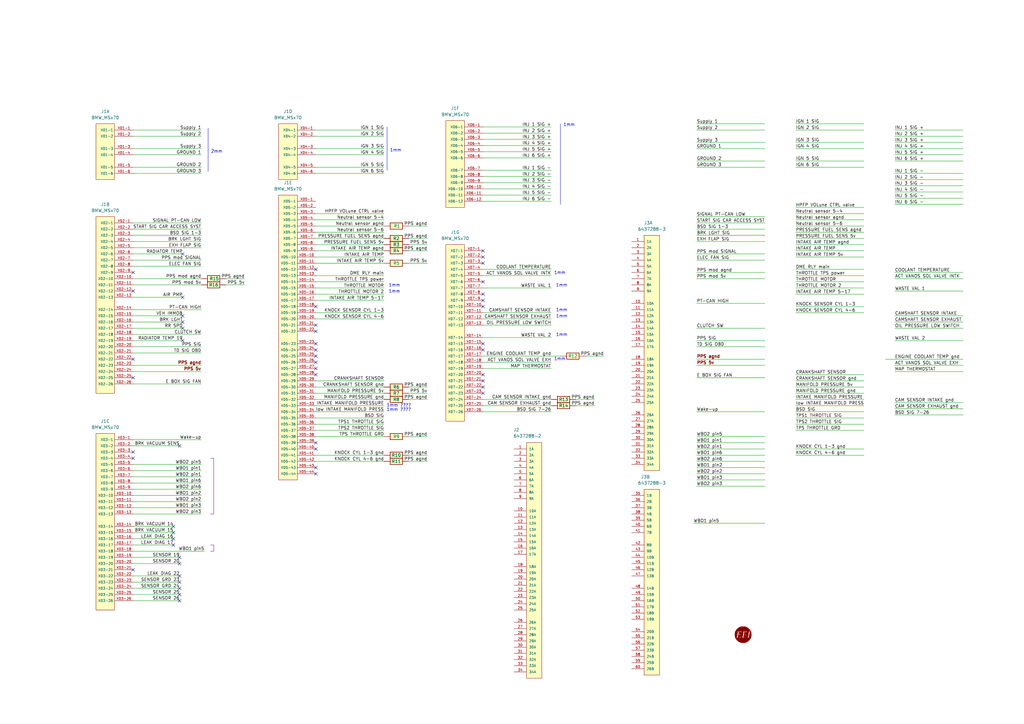
<source format=kicad_sch>
(kicad_sch (version 20231120) (generator "eeschema") (generator_version "8.0")
  (paper "A3")
  (title_block (title "BMW-146") (date "2026-01-28") (rev "A") (company "rusEFI"))
  (lib_symbols
    (symbol "BMW_MSx70:BMW_MSx70"
      (property "Reference" "J" (at 6.604 6.35 0))
      (property "Value" "BMW_MSx70" (at 7.874 3.81 0))
      (symbol "BMW_MSx70_1_0"
        (pin passive line (at 0 -1.27 0) (length 7.62) (name "X01-1") (number "X01-1"))
        (pin passive line (at 0 -3.81 0) (length 7.62) (name "X01-2") (number "X01-2"))
        (pin passive line (at 0 -8.89 0) (length 7.62) (name "X01-3") (number "X01-3"))
        (pin passive line (at 0 -11.43 0) (length 7.62) (name "X01-4") (number "X01-4"))
        (pin passive line (at 0 -16.51 0) (length 7.62) (name "X01-5") (number "X01-5"))
        (pin passive line (at 0 -19.05 0) (length 7.62) (name "X01-6") (number "X01-6"))
      )
      (symbol "BMW_MSx70_2_0"
        (pin passive line (at 0 0 0) (length 7.62) (name "X02-1") (number "X02-1"))
        (pin passive line (at 0 -22.86 0) (length 7.62) (name "X02-10") (number "X02-10"))
        (pin passive line (at 0 -25.4 0) (length 7.62) (name "X02-11") (number "X02-11"))
        (pin passive line (at 0 -27.94 0) (length 7.62) (name "X02-12") (number "X02-12"))
        (pin passive line (at 0 -30.48 0) (length 7.62) (name "X02-13") (number "X02-13"))
        (pin passive line (at 0 -35.56 0) (length 7.62) (name "X02-14") (number "X02-14"))
        (pin passive line (at 0 -38.1 0) (length 7.62) (name "X02-15") (number "X02-15"))
        (pin passive line (at 0 -40.64 0) (length 7.62) (name "X02-16") (number "X02-16"))
        (pin passive line (at 0 -43.18 0) (length 7.62) (name "X02-17") (number "X02-17"))
        (pin passive line (at 0 -45.72 0) (length 7.62) (name "X02-18") (number "X02-18"))
        (pin passive line (at 0 -48.26 0) (length 7.62) (name "X02-19") (number "X02-19"))
        (pin passive line (at 0 -2.54 0) (length 7.62) (name "X02-2") (number "X02-2"))
        (pin passive line (at 0 -50.8 0) (length 7.62) (name "X02-20") (number "X02-20"))
        (pin passive line (at 0 -53.34 0) (length 7.62) (name "X02-21") (number "X02-21"))
        (pin passive line (at 0 -55.88 0) (length 7.62) (name "X02-22") (number "X02-22"))
        (pin passive line (at 0 -58.42 0) (length 7.62) (name "X02-23") (number "X02-23"))
        (pin passive line (at 0 -60.96 0) (length 7.62) (name "X02-24") (number "X02-24"))
        (pin passive line (at 0 -63.5 0) (length 7.62) (name "X02-25") (number "X02-25"))
        (pin passive line (at 0 -66.04 0) (length 7.62) (name "X02-26") (number "X02-26"))
        (pin passive line (at 0 -5.08 0) (length 7.62) (name "X02-3") (number "X02-3"))
        (pin passive line (at 0 -7.62 0) (length 7.62) (name "X02-4") (number "X02-4"))
        (pin passive line (at 0 -10.16 0) (length 7.62) (name "X02-5") (number "X02-5"))
        (pin passive line (at 0 -12.7 0) (length 7.62) (name "X02-6") (number "X02-6"))
        (pin passive line (at 0 -15.24 0) (length 7.62) (name "X02-7") (number "X02-7"))
        (pin passive line (at 0 -17.78 0) (length 7.62) (name "X02-8") (number "X02-8"))
        (pin passive line (at 0 -20.32 0) (length 7.62) (name "X02-9") (number "X02-9"))
      )
      (symbol "BMW_MSx70_3_0"
        (pin passive line (at 0 0 0) (length 7.62) (name "X03-1") (number "X03-1"))
        (pin passive line (at 0 -22.86 0) (length 7.62) (name "X03-10") (number "X03-10"))
        (pin passive line (at 0 -25.4 0) (length 7.62) (name "X03-11") (number "X03-11"))
        (pin passive line (at 0 -27.94 0) (length 7.62) (name "X03-12") (number "X03-12"))
        (pin passive line (at 0 -30.48 0) (length 7.62) (name "X03-13") (number "X03-13"))
        (pin passive line (at 0 -35.56 0) (length 7.62) (name "X03-14") (number "X03-14"))
        (pin passive line (at 0 -38.1 0) (length 7.62) (name "X03-15") (number "X03-15"))
        (pin passive line (at 0 -40.64 0) (length 7.62) (name "X03-16") (number "X03-16"))
        (pin passive line (at 0 -43.18 0) (length 7.62) (name "X03-17") (number "X03-17"))
        (pin passive line (at 0 -45.72 0) (length 7.62) (name "X03-18") (number "X03-18"))
        (pin passive line (at 0 -48.26 0) (length 7.62) (name "X03-19") (number "X03-19"))
        (pin passive line (at 0 -2.54 0) (length 7.62) (name "X03-2") (number "X03-2"))
        (pin passive line (at 0 -50.8 0) (length 7.62) (name "X03-20") (number "X03-20"))
        (pin passive line (at 0 -53.34 0) (length 7.62) (name "X03-21") (number "X03-21"))
        (pin passive line (at 0 -55.88 0) (length 7.62) (name "X03-22") (number "X03-22"))
        (pin passive line (at 0 -58.42 0) (length 7.62) (name "X03-23") (number "X03-23"))
        (pin passive line (at 0 -60.96 0) (length 7.62) (name "X03-24") (number "X03-24"))
        (pin passive line (at 0 -63.5 0) (length 7.62) (name "X03-25") (number "X03-25"))
        (pin passive line (at 0 -66.04 0) (length 7.62) (name "X03-26") (number "X03-26"))
        (pin passive line (at 0 -5.08 0) (length 7.62) (name "X03-3") (number "X03-3"))
        (pin passive line (at 0 -7.62 0) (length 7.62) (name "X03-4") (number "X03-4"))
        (pin passive line (at 0 -10.16 0) (length 7.62) (name "X03-5") (number "X03-5"))
        (pin passive line (at 0 -12.7 0) (length 7.62) (name "X03-6") (number "X03-6"))
        (pin passive line (at 0 -15.24 0) (length 7.62) (name "X03-7") (number "X03-7"))
        (pin passive line (at 0 -17.78 0) (length 7.62) (name "X03-8") (number "X03-8"))
        (pin passive line (at 0 -20.32 0) (length 7.62) (name "X03-9") (number "X03-9"))
      )
      (symbol "BMW_MSx70_4_0"
        (pin passive line (at 0 -1.27 0) (length 7.62) (name "X04-1") (number "X04-1"))
        (pin passive line (at 0 -3.81 0) (length 7.62) (name "X04-2") (number "X04-2"))
        (pin passive line (at 0 -8.89 0) (length 7.62) (name "X04-3") (number "X04-3"))
        (pin passive line (at 0 -11.43 0) (length 7.62) (name "X04-4") (number "X04-4"))
        (pin passive line (at 0 -16.51 0) (length 7.62) (name "X04-5") (number "X04-5"))
        (pin passive line (at 0 -19.05 0) (length 7.62) (name "X04-6") (number "X04-6"))
      )
      (symbol "BMW_MSx70_5_0"
        (pin passive line (at 0 0 0) (length 7.62) (name "X05-1") (number "X05-1"))
        (pin passive line (at 0 -22.86 0) (length 7.62) (name "X05-10") (number "X05-10"))
        (pin passive line (at 0 -25.4 0) (length 7.62) (name "X05-11") (number "X05-11"))
        (pin passive line (at 0 -27.94 0) (length 7.62) (name "X05-12") (number "X05-12"))
        (pin passive line (at 0 -30.48 0) (length 7.62) (name "X05-13") (number "X05-13"))
        (pin passive line (at 0 -33.02 0) (length 7.62) (name "X05-14") (number "X05-14"))
        (pin passive line (at 0 -35.56 0) (length 7.62) (name "X05-15") (number "X05-15"))
        (pin passive line (at 0 -38.1 0) (length 7.62) (name "X05-16") (number "X05-16"))
        (pin passive line (at 0 -40.64 0) (length 7.62) (name "X05-17") (number "X05-17"))
        (pin passive line (at 0 -43.18 0) (length 7.62) (name "X05-18") (number "X05-18"))
        (pin passive line (at 0 -45.72 0) (length 7.62) (name "X05-19") (number "X05-19"))
        (pin passive line (at 0 -2.54 0) (length 7.62) (name "X05-2") (number "X05-2"))
        (pin passive line (at 0 -48.26 0) (length 7.62) (name "X05-20") (number "X05-20"))
        (pin passive line (at 0 -50.8 0) (length 7.62) (name "X05-21") (number "X05-21"))
        (pin passive line (at 0 -53.34 0) (length 7.62) (name "X05-22") (number "X05-22"))
        (pin passive line (at 0 -58.42 0) (length 7.62) (name "X05-23") (number "X05-23"))
        (pin passive line (at 0 -60.96 0) (length 7.62) (name "X05-24") (number "X05-24"))
        (pin passive line (at 0 -63.5 0) (length 7.62) (name "X05-25") (number "X05-25"))
        (pin passive line (at 0 -66.04 0) (length 7.62) (name "X05-26") (number "X05-26"))
        (pin passive line (at 0 -68.58 0) (length 7.62) (name "X05-27") (number "X05-27"))
        (pin passive line (at 0 -71.12 0) (length 7.62) (name "X05-28") (number "X05-28"))
        (pin passive line (at 0 -73.66 0) (length 7.62) (name "X05-29") (number "X05-29"))
        (pin passive line (at 0 -5.08 0) (length 7.62) (name "X05-3") (number "X05-3"))
        (pin passive line (at 0 -76.2 0) (length 7.62) (name "X05-30") (number "X05-30"))
        (pin passive line (at 0 -78.74 0) (length 7.62) (name "X05-31") (number "X05-31"))
        (pin passive line (at 0 -81.28 0) (length 7.62) (name "X05-32") (number "X05-32"))
        (pin passive line (at 0 -83.82 0) (length 7.62) (name "X05-33") (number "X05-33"))
        (pin passive line (at 0 -86.36 0) (length 7.62) (name "X05-34") (number "X05-34"))
        (pin passive line (at 0 -88.9 0) (length 7.62) (name "X05-35") (number "X05-35"))
        (pin passive line (at 0 -91.44 0) (length 7.62) (name "X05-36") (number "X05-36"))
        (pin passive line (at 0 -93.98 0) (length 7.62) (name "X05-37") (number "X05-37"))
        (pin passive line (at 0 -96.52 0) (length 7.62) (name "X05-38") (number "X05-38"))
        (pin passive line (at 0 -99.06 0) (length 7.62) (name "X05-39") (number "X05-39"))
        (pin passive line (at 0 -7.62 0) (length 7.62) (name "X05-4") (number "X05-4"))
        (pin passive line (at 0 -101.6 0) (length 7.62) (name "X05-40") (number "X05-40"))
        (pin passive line (at 0 -104.14 0) (length 7.62) (name "X05-41") (number "X05-41"))
        (pin passive line (at 0 -106.68 0) (length 7.62) (name "X05-42") (number "X05-42"))
        (pin passive line (at 0 -109.22 0) (length 7.62) (name "X05-43") (number "X05-43"))
        (pin passive line (at 0 -111.76 0) (length 7.62) (name "X05-44") (number "X05-44"))
        (pin passive line (at 0 -10.16 0) (length 7.62) (name "X05-5") (number "X05-5"))
        (pin passive line (at 0 -12.7 0) (length 7.62) (name "X05-6") (number "X05-6"))
        (pin passive line (at 0 -15.24 0) (length 7.62) (name "X05-7") (number "X05-7"))
        (pin passive line (at 0 -17.78 0) (length 7.62) (name "X05-8") (number "X05-8"))
        (pin passive line (at 0 -20.32 0) (length 7.62) (name "X05-9") (number "X05-9"))
      )
      (symbol "BMW_MSx70_6_0"
        (pin passive line (at 0 0 0) (length 7.62) (name "X06-1") (number "X06-1"))
        (pin passive line (at 0 -25.4 0) (length 7.62) (name "X06-10") (number "X06-10"))
        (pin passive line (at 0 -27.94 0) (length 7.62) (name "X06-11") (number "X06-11"))
        (pin passive line (at 0 -30.48 0) (length 7.62) (name "X06-12") (number "X06-12"))
        (pin passive line (at 0 -2.54 0) (length 7.62) (name "X06-2") (number "X06-2"))
        (pin passive line (at 0 -5.08 0) (length 7.62) (name "X06-3") (number "X06-3"))
        (pin passive line (at 0 -7.62 0) (length 7.62) (name "X06-4") (number "X06-4"))
        (pin passive line (at 0 -10.16 0) (length 7.62) (name "X06-5") (number "X06-5"))
        (pin passive line (at 0 -12.7 0) (length 7.62) (name "X06-6") (number "X06-6"))
        (pin passive line (at 0 -17.78 0) (length 7.62) (name "X06-7") (number "X06-7"))
        (pin passive line (at 0 -20.32 0) (length 7.62) (name "X06-8") (number "X06-8"))
        (pin passive line (at 0 -22.86 0) (length 7.62) (name "X06-9") (number "X06-9"))
      )
      (symbol "BMW_MSx70_7_0"
        (pin passive line (at 0 0 0) (length 7.62) (name "X07-1") (number "X07-1"))
        (pin passive line (at 0 -22.86 0) (length 7.62) (name "X07-10") (number "X07-10"))
        (pin passive line (at 0 -25.4 0) (length 7.62) (name "X07-11") (number "X07-11"))
        (pin passive line (at 0 -27.94 0) (length 7.62) (name "X07-12") (number "X07-12"))
        (pin passive line (at 0 -30.48 0) (length 7.62) (name "X07-13") (number "X07-13"))
        (pin passive line (at 0 -35.56 0) (length 7.62) (name "X07-14") (number "X07-14"))
        (pin passive line (at 0 -38.1 0) (length 7.62) (name "X07-15") (number "X07-15"))
        (pin passive line (at 0 -40.64 0) (length 7.62) (name "X07-16") (number "X07-16"))
        (pin passive line (at 0 -43.18 0) (length 7.62) (name "X07-17") (number "X07-17"))
        (pin passive line (at 0 -45.72 0) (length 7.62) (name "X07-18") (number "X07-18"))
        (pin passive line (at 0 -48.26 0) (length 7.62) (name "X07-19") (number "X07-19"))
        (pin passive line (at 0 -2.54 0) (length 7.62) (name "X07-2") (number "X07-2"))
        (pin passive line (at 0 -50.8 0) (length 7.62) (name "X07-20") (number "X07-20"))
        (pin passive line (at 0 -53.34 0) (length 7.62) (name "X07-21") (number "X07-21"))
        (pin passive line (at 0 -55.88 0) (length 7.62) (name "X07-22") (number "X07-22"))
        (pin passive line (at 0 -58.42 0) (length 7.62) (name "X07-23") (number "X07-23"))
        (pin passive line (at 0 -60.96 0) (length 7.62) (name "X07-24") (number "X07-24"))
        (pin passive line (at 0 -63.5 0) (length 7.62) (name "X07-25") (number "X07-25"))
        (pin passive line (at 0 -66.04 0) (length 7.62) (name "X07-26") (number "X07-26"))
        (pin passive line (at 0 -5.08 0) (length 7.62) (name "X07-3") (number "X07-3"))
        (pin passive line (at 0 -7.62 0) (length 7.62) (name "X07-4") (number "X07-4"))
        (pin passive line (at 0 -10.16 0) (length 7.62) (name "X07-5") (number "X07-5"))
        (pin passive line (at 0 -12.7 0) (length 7.62) (name "X07-6") (number "X07-6"))
        (pin passive line (at 0 -15.24 0) (length 7.62) (name "X07-7") (number "X07-7"))
        (pin passive line (at 0 -17.78 0) (length 7.62) (name "X07-8") (number "X07-8"))
        (pin passive line (at 0 -20.32 0) (length 7.62) (name "X07-9") (number "X07-9"))
      )
    )
    (symbol "TE_6437288-2:6437288-2" (pin_names (offset 1.016))
      (property "Reference" "J" (at 2.54 3.81 0))
      (property "Value" "6437288-2" (at 6.35 3.81 0))
      (symbol "6437288-2_1_0"
        (pin passive line (at 0 0 0) (length 5.08) (name "1A") (number "1"))
        (pin passive line (at 0 -25.4 0) (length 5.08) (name "10A") (number "10"))
        (pin passive line (at 0 -27.94 0) (length 5.08) (name "11A") (number "11"))
        (pin passive line (at 0 -30.48 0) (length 5.08) (name "12A") (number "12"))
        (pin passive line (at 0 -33.02 0) (length 5.08) (name "13A") (number "13"))
        (pin passive line (at 0 -35.56 0) (length 5.08) (name "14A") (number "14"))
        (pin passive line (at 0 -38.1 0) (length 5.08) (name "15A") (number "15"))
        (pin passive line (at 0 -40.64 0) (length 5.08) (name "16A") (number "16"))
        (pin passive line (at 0 -43.18 0) (length 5.08) (name "17A") (number "17"))
        (pin passive line (at 0 -48.26 0) (length 5.08) (name "18A") (number "18"))
        (pin passive line (at 0 -50.8 0) (length 5.08) (name "19A") (number "19"))
        (pin passive line (at 0 -2.54 0) (length 5.08) (name "2A") (number "2"))
        (pin passive line (at 0 -53.34 0) (length 5.08) (name "20A") (number "20"))
        (pin passive line (at 0 -55.88 0) (length 5.08) (name "21A") (number "21"))
        (pin passive line (at 0 -58.42 0) (length 5.08) (name "22A") (number "22"))
        (pin passive line (at 0 -60.96 0) (length 5.08) (name "23A") (number "23"))
        (pin passive line (at 0 -63.5 0) (length 5.08) (name "24A") (number "24"))
        (pin passive line (at 0 -66.04 0) (length 5.08) (name "25A") (number "25"))
        (pin passive line (at 0 -71.12 0) (length 5.08) (name "26A") (number "26"))
        (pin passive line (at 0 -73.66 0) (length 5.08) (name "27A") (number "27"))
        (pin passive line (at 0 -76.2 0) (length 5.08) (name "28A") (number "28"))
        (pin passive line (at 0 -78.74 0) (length 5.08) (name "29A") (number "29"))
        (pin passive line (at 0 -5.08 0) (length 5.08) (name "3A") (number "3"))
        (pin passive line (at 0 -81.28 0) (length 5.08) (name "30A") (number "30"))
        (pin passive line (at 0 -83.82 0) (length 5.08) (name "31A") (number "31"))
        (pin passive line (at 0 -86.36 0) (length 5.08) (name "32A") (number "32"))
        (pin passive line (at 0 -88.9 0) (length 5.08) (name "33A") (number "33"))
        (pin passive line (at 0 -91.44 0) (length 5.08) (name "34A") (number "34"))
        (pin passive line (at 0 -7.62 0) (length 5.08) (name "4A") (number "4"))
        (pin passive line (at 0 -10.16 0) (length 5.08) (name "5A") (number "5"))
        (pin passive line (at 0 -12.7 0) (length 5.08) (name "6A") (number "6"))
        (pin passive line (at 0 -15.24 0) (length 5.08) (name "7A") (number "7"))
        (pin passive line (at 0 -17.78 0) (length 5.08) (name "8A") (number "8"))
        (pin passive line (at 0 -20.32 0) (length 5.08) (name "9A") (number "9"))
      )
    )
    (symbol "TE_6437288-3:6437288-3" (pin_names (offset 1.016))
      (property "Reference" "J" (at 2.54 3.81 0))
      (property "Value" "6437288-3" (at 6.35 3.81 0))
      (symbol "6437288-3_1_0"
        (pin passive line (at 0 0 0) (length 5.08) (name "1A") (number "1"))
        (pin passive line (at 0 -25.4 0) (length 5.08) (name "10A") (number "10"))
        (pin passive line (at 0 -27.94 0) (length 5.08) (name "11A") (number "11"))
        (pin passive line (at 0 -30.48 0) (length 5.08) (name "12A") (number "12"))
        (pin passive line (at 0 -33.02 0) (length 5.08) (name "13A") (number "13"))
        (pin passive line (at 0 -35.56 0) (length 5.08) (name "14A") (number "14"))
        (pin passive line (at 0 -38.1 0) (length 5.08) (name "15A") (number "15"))
        (pin passive line (at 0 -40.64 0) (length 5.08) (name "16A") (number "16"))
        (pin passive line (at 0 -43.18 0) (length 5.08) (name "17A") (number "17"))
        (pin passive line (at 0 -48.26 0) (length 5.08) (name "18A") (number "18"))
        (pin passive line (at 0 -50.8 0) (length 5.08) (name "19A") (number "19"))
        (pin passive line (at 0 -2.54 0) (length 5.08) (name "2A") (number "2"))
        (pin passive line (at 0 -53.34 0) (length 5.08) (name "20A") (number "20"))
        (pin passive line (at 0 -55.88 0) (length 5.08) (name "21A") (number "21"))
        (pin passive line (at 0 -58.42 0) (length 5.08) (name "22A") (number "22"))
        (pin passive line (at 0 -60.96 0) (length 5.08) (name "23A") (number "23"))
        (pin passive line (at 0 -63.5 0) (length 5.08) (name "24A") (number "24"))
        (pin passive line (at 0 -66.04 0) (length 5.08) (name "25A") (number "25"))
        (pin passive line (at 0 -71.12 0) (length 5.08) (name "26A") (number "26"))
        (pin passive line (at 0 -73.66 0) (length 5.08) (name "27A") (number "27"))
        (pin passive line (at 0 -76.2 0) (length 5.08) (name "28A") (number "28"))
        (pin passive line (at 0 -78.74 0) (length 5.08) (name "29A") (number "29"))
        (pin passive line (at 0 -5.08 0) (length 5.08) (name "3A") (number "3"))
        (pin passive line (at 0 -81.28 0) (length 5.08) (name "30A") (number "30"))
        (pin passive line (at 0 -83.82 0) (length 5.08) (name "31A") (number "31"))
        (pin passive line (at 0 -86.36 0) (length 5.08) (name "32A") (number "32"))
        (pin passive line (at 0 -88.9 0) (length 5.08) (name "33A") (number "33"))
        (pin passive line (at 0 -91.44 0) (length 5.08) (name "34A") (number "34"))
        (pin passive line (at 0 -7.62 0) (length 5.08) (name "4A") (number "4"))
        (pin passive line (at 0 -10.16 0) (length 5.08) (name "5A") (number "5"))
        (pin passive line (at 0 -12.7 0) (length 5.08) (name "6A") (number "6"))
        (pin passive line (at 0 -15.24 0) (length 5.08) (name "7A") (number "7"))
        (pin passive line (at 0 -17.78 0) (length 5.08) (name "8A") (number "8"))
        (pin passive line (at 0 -20.32 0) (length 5.08) (name "9A") (number "9"))
      )
      (symbol "6437288-3_2_0"
        (pin passive line (at 0 0 0) (length 5.08) (name "1B") (number "35"))
        (pin passive line (at 0 -2.54 0) (length 5.08) (name "2B") (number "36"))
        (pin passive line (at 0 -5.08 0) (length 5.08) (name "3B") (number "37"))
        (pin passive line (at 0 -7.62 0) (length 5.08) (name "4B") (number "38"))
        (pin passive line (at 0 -10.16 0) (length 5.08) (name "5B") (number "39"))
        (pin passive line (at 0 -12.7 0) (length 5.08) (name "6B") (number "40"))
        (pin passive line (at 0 -15.24 0) (length 5.08) (name "7B") (number "41"))
        (pin passive line (at 0 -20.32 0) (length 5.08) (name "8B") (number "42"))
        (pin passive line (at 0 -22.86 0) (length 5.08) (name "9B") (number "43"))
        (pin passive line (at 0 -25.4 0) (length 5.08) (name "10B") (number "44"))
        (pin passive line (at 0 -27.94 0) (length 5.08) (name "11B") (number "45"))
        (pin passive line (at 0 -30.48 0) (length 5.08) (name "12B") (number "46"))
        (pin passive line (at 0 -33.02 0) (length 5.08) (name "13B") (number "47"))
        (pin passive line (at 0 -38.1 0) (length 5.08) (name "14B") (number "48"))
        (pin passive line (at 0 -40.64 0) (length 5.08) (name "15B") (number "49"))
        (pin passive line (at 0 -43.18 0) (length 5.08) (name "16B") (number "50"))
        (pin passive line (at 0 -45.72 0) (length 5.08) (name "17B") (number "51"))
        (pin passive line (at 0 -48.26 0) (length 5.08) (name "18B") (number "52"))
        (pin passive line (at 0 -50.8 0) (length 5.08) (name "19B") (number "53"))
        (pin passive line (at 0 -55.88 0) (length 5.08) (name "20B") (number "54"))
        (pin passive line (at 0 -58.42 0) (length 5.08) (name "21B") (number "55"))
        (pin passive line (at 0 -60.96 0) (length 5.08) (name "22B") (number "56"))
        (pin passive line (at 0 -63.5 0) (length 5.08) (name "23B") (number "57"))
        (pin passive line (at 0 -66.04 0) (length 5.08) (name "24B") (number "58"))
        (pin passive line (at 0 -68.58 0) (length 5.08) (name "25B") (number "59"))
        (pin passive line (at 0 -71.12 0) (length 5.08) (name "26B") (number "60"))
      )
    )
    (symbol "hellen-one-common:Res" (pin_numbers hide)
      (property "Reference" "R" (at 3.81 2.54 0))
      (property "Value" "Res" (at 5.08 -2.54 0))
      (symbol "Res_1_0"
        (pin passive line (at 0 0 0) (length 2.54) (name "") (number "1"))
        (pin passive line (at 10.16 0 180) (length 2.54) (name "") (number "2"))
      )
    )
    (symbol "rusefi_logo:RUSEFI_LOGO" (pin_names (offset 1.016)))
  )
  (no_connect (at 54.61 111.76))
  (no_connect (at 74.93 129.54))
  (no_connect (at 73.66 241.3))
  (no_connect (at 129.54 146.05))
  (no_connect (at 71.12 215.9))
  (no_connect (at 129.54 140.97))
  (no_connect (at 129.54 184.15))
  (no_connect (at 73.66 238.76))
  (no_connect (at 73.66 182.88))
  (no_connect (at 74.93 104.14))
  (no_connect (at 54.61 187.96))
  (no_connect (at 54.61 154.94))
  (no_connect (at 198.12 120.65))
  (no_connect (at 73.66 231.14))
  (no_connect (at 198.12 140.97))
  (no_connect (at 54.61 233.68))
  (no_connect (at 198.12 115.57))
  (no_connect (at 54.61 185.42))
  (no_connect (at 74.93 134.62))
  (no_connect (at 198.12 153.67))
  (no_connect (at 73.66 246.38))
  (no_connect (at 198.12 161.29))
  (no_connect (at 129.54 181.61))
  (no_connect (at 71.12 223.52))
  (no_connect (at 73.66 228.6))
  (no_connect (at 198.12 125.73))
  (no_connect (at 198.12 102.87))
  (no_connect (at 129.54 110.49))
  (no_connect (at 129.54 148.59))
  (no_connect (at 129.54 143.51))
  (no_connect (at 71.12 218.44))
  (no_connect (at 74.93 132.08))
  (no_connect (at 129.54 153.67))
  (no_connect (at 198.12 158.75))
  (no_connect (at 74.93 121.92))
  (no_connect (at 129.54 191.77))
  (no_connect (at 198.12 107.95))
  (no_connect (at 129.54 151.13))
  (no_connect (at 54.61 147.32))
  (no_connect (at 129.54 133.35))
  (no_connect (at 129.54 125.73))
  (no_connect (at 198.12 156.21))
  (no_connect (at 198.12 123.19))
  (no_connect (at 73.66 243.84))
  (no_connect (at 129.54 194.31))
  (no_connect (at 73.66 236.22))
  (no_connect (at 198.12 105.41))
  (no_connect (at 71.12 220.98))
  (no_connect (at 54.61 119.38))
  (no_connect (at 74.93 139.7))
  (no_connect (at 198.12 143.51))
  (no_connect (at 129.54 135.89))
  (wire (pts (xy 243.84 163.83) (xy 236.22 163.83)))
  (wire (pts (xy 54.61 223.52) (xy 71.12 223.52)))
  (wire (pts (xy 313.69 142.24) (xy 285.75 142.24)))
  (wire (pts (xy 313.69 68.58) (xy 285.75 68.58)))
  (wire (pts (xy 129.54 173.99) (xy 157.48 173.99)))
  (wire (pts (xy 198.12 148.59) (xy 226.06 148.59)))
  (wire (pts (xy 354.33 171.45) (xy 326.39 171.45)))
  (wire (pts (xy 198.12 72.39) (xy 226.06 72.39)))
  (wire (pts (xy 129.54 128.27) (xy 157.48 128.27)))
  (wire (pts (xy 313.69 96.52) (xy 285.75 96.52)))
  (polyline (pts (xy 87.63 187.96) (xy 87.63 210.82)) (stroke (width 0) (color 132 0 132 1)))
  (wire (pts (xy 129.54 179.07) (xy 157.48 179.07)))
  (wire (pts (xy 198.12 130.81) (xy 226.06 130.81)))
  (wire (pts (xy 54.61 218.44) (xy 71.12 218.44)))
  (wire (pts (xy 313.69 154.94) (xy 285.75 154.94)))
  (wire (pts (xy 175.26 97.79) (xy 167.64 97.79)))
  (wire (pts (xy 313.69 184.15) (xy 285.75 184.15)))
  (polyline (pts (xy 86.36 187.96) (xy 87.63 187.96)) (stroke (width 0) (color 132 0 132 1)))
  (wire (pts (xy 394.97 139.7) (xy 367.03 139.7)))
  (wire (pts (xy 198.12 64.77) (xy 226.06 64.77)))
  (wire (pts (xy 54.61 210.82) (xy 82.55 210.82)))
  (wire (pts (xy 129.54 100.33) (xy 157.48 100.33)))
  (wire (pts (xy 198.12 110.49) (xy 226.06 110.49)))
  (wire (pts (xy 354.33 105.41) (xy 326.39 105.41)))
  (wire (pts (xy 198.12 138.43) (xy 226.06 138.43)))
  (wire (pts (xy 54.61 226.06) (xy 83.82 226.06)))
  (wire (pts (xy 354.33 120.65) (xy 326.39 120.65)))
  (wire (pts (xy 394.97 58.42) (xy 367.03 58.42)))
  (wire (pts (xy 313.69 58.42) (xy 285.75 58.42)))
  (wire (pts (xy 175.26 189.23) (xy 167.64 189.23)))
  (wire (pts (xy 175.26 163.83) (xy 167.64 163.83)))
  (wire (pts (xy 394.97 129.54) (xy 367.03 129.54)))
  (wire (pts (xy 198.12 74.93) (xy 226.06 74.93)))
  (wire (pts (xy 394.97 170.18) (xy 367.03 170.18)))
  (wire (pts (xy 54.61 139.7) (xy 74.93 139.7)))
  (wire (pts (xy 313.69 191.77) (xy 285.75 191.77)))
  (wire (pts (xy 354.33 92.71) (xy 326.39 92.71)))
  (wire (pts (xy 129.54 168.91) (xy 157.48 168.91)))
  (wire (pts (xy 198.12 80.01) (xy 226.06 80.01)))
  (wire (pts (xy 54.61 215.9) (xy 71.12 215.9)))
  (wire (pts (xy 129.54 105.41) (xy 157.48 105.41)))
  (wire (pts (xy 354.33 60.96) (xy 326.39 60.96)))
  (wire (pts (xy 54.61 220.98) (xy 71.12 220.98)))
  (wire (pts (xy 54.61 149.86) (xy 82.55 149.86)))
  (wire (pts (xy 198.12 166.37) (xy 226.06 166.37)))
  (wire (pts (xy 175.26 158.75) (xy 167.64 158.75)))
  (wire (pts (xy 198.12 69.85) (xy 226.06 69.85)))
  (wire (pts (xy 54.61 60.96) (xy 82.55 60.96)))
  (wire (pts (xy 54.61 241.3) (xy 73.66 241.3)))
  (wire (pts (xy 313.69 114.3) (xy 285.75 114.3)))
  (wire (pts (xy 54.61 182.88) (xy 73.66 182.88)))
  (wire (pts (xy 313.69 149.86) (xy 285.75 149.86)))
  (wire (pts (xy 198.12 146.05) (xy 229.87 146.05)))
  (wire (pts (xy 175.26 107.95) (xy 167.64 107.95)))
  (wire (pts (xy 354.33 100.33) (xy 326.39 100.33)))
  (wire (pts (xy 198.12 151.13) (xy 226.06 151.13)))
  (wire (pts (xy 129.54 53.34) (xy 157.48 53.34)))
  (wire (pts (xy 313.69 50.8) (xy 285.75 50.8)))
  (wire (pts (xy 54.61 243.84) (xy 73.66 243.84)))
  (wire (pts (xy 54.61 144.78) (xy 82.55 144.78)))
  (wire (pts (xy 129.54 120.65) (xy 157.48 120.65)))
  (wire (pts (xy 394.97 149.86) (xy 367.03 149.86)))
  (wire (pts (xy 54.61 104.14) (xy 74.93 104.14)))
  (wire (pts (xy 54.61 101.6) (xy 82.55 101.6)))
  (wire (pts (xy 394.97 167.64) (xy 367.03 167.64)))
  (wire (pts (xy 129.54 158.75) (xy 157.48 158.75)))
  (wire (pts (xy 354.33 158.75) (xy 326.39 158.75)))
  (wire (pts (xy 129.54 60.96) (xy 157.48 60.96)))
  (wire (pts (xy 354.33 113.03) (xy 326.39 113.03)))
  (wire (pts (xy 394.97 78.74) (xy 367.03 78.74)))
  (wire (pts (xy 313.69 66.04) (xy 285.75 66.04)))
  (wire (pts (xy 54.61 127) (xy 82.55 127)))
  (wire (pts (xy 313.69 179.07) (xy 285.75 179.07)))
  (wire (pts (xy 54.61 190.5) (xy 82.55 190.5)))
  (wire (pts (xy 394.97 55.88) (xy 367.03 55.88)))
  (wire (pts (xy 394.97 147.32) (xy 363.22 147.32)))
  (wire (pts (xy 54.61 152.4) (xy 82.55 152.4)))
  (wire (pts (xy 198.12 77.47) (xy 226.06 77.47)))
  (wire (pts (xy 175.26 186.69) (xy 167.64 186.69)))
  (wire (pts (xy 54.61 228.6) (xy 73.66 228.6)))
  (wire (pts (xy 394.97 134.62) (xy 367.03 134.62)))
  (wire (pts (xy 394.97 114.3) (xy 367.03 114.3)))
  (wire (pts (xy 354.33 53.34) (xy 326.39 53.34)))
  (wire (pts (xy 394.97 63.5) (xy 367.03 63.5)))
  (wire (pts (xy 175.26 102.87) (xy 167.64 102.87)))
  (wire (pts (xy 100.33 114.3) (xy 92.71 114.3)))
  (wire (pts (xy 198.12 163.83) (xy 226.06 163.83)))
  (wire (pts (xy 354.33 125.73) (xy 326.39 125.73)))
  (wire (pts (xy 54.61 238.76) (xy 73.66 238.76)))
  (wire (pts (xy 394.97 132.08) (xy 367.03 132.08)))
  (wire (pts (xy 313.69 91.44) (xy 285.75 91.44)))
  (wire (pts (xy 54.61 121.92) (xy 74.93 121.92)))
  (wire (pts (xy 129.54 171.45) (xy 157.48 171.45)))
  (wire (pts (xy 354.33 115.57) (xy 326.39 115.57)))
  (wire (pts (xy 129.54 63.5) (xy 157.48 63.5)))
  (wire (pts (xy 54.61 91.44) (xy 82.55 91.44)))
  (wire (pts (xy 394.97 53.34) (xy 367.03 53.34)))
  (polyline (pts (xy 85.344 52.578) (xy 85.344 70.358)))
  (wire (pts (xy 313.69 199.39) (xy 285.75 199.39)))
  (wire (pts (xy 54.61 142.24) (xy 82.55 142.24)))
  (wire (pts (xy 175.26 92.71) (xy 167.64 92.71)))
  (wire (pts (xy 198.12 168.91) (xy 226.06 168.91)))
  (wire (pts (xy 313.69 214.63) (xy 284.48 214.63)))
  (wire (pts (xy 354.33 102.87) (xy 326.39 102.87)))
  (wire (pts (xy 394.97 83.82) (xy 367.03 83.82)))
  (wire (pts (xy 354.33 68.58) (xy 326.39 68.58)))
  (wire (pts (xy 129.54 97.79) (xy 157.48 97.79)))
  (wire (pts (xy 129.54 118.11) (xy 157.48 118.11)))
  (wire (pts (xy 354.33 176.53) (xy 326.39 176.53)))
  (wire (pts (xy 129.54 90.17) (xy 157.48 90.17)))
  (wire (pts (xy 198.12 118.11) (xy 226.06 118.11)))
  (wire (pts (xy 54.61 231.14) (xy 73.66 231.14)))
  (wire (pts (xy 354.33 85.09) (xy 326.39 85.09)))
  (wire (pts (xy 54.61 109.22) (xy 82.55 109.22)))
  (wire (pts (xy 54.61 193.04) (xy 82.55 193.04)))
  (wire (pts (xy 100.33 116.84) (xy 92.71 116.84)))
  (wire (pts (xy 354.33 168.91) (xy 326.39 168.91)))
  (wire (pts (xy 354.33 173.99) (xy 326.39 173.99)))
  (wire (pts (xy 354.33 184.15) (xy 326.39 184.15)))
  (wire (pts (xy 354.33 95.25) (xy 326.39 95.25)))
  (wire (pts (xy 313.69 134.62) (xy 285.75 134.62)))
  (wire (pts (xy 243.84 166.37) (xy 236.22 166.37)))
  (wire (pts (xy 129.54 107.95) (xy 157.48 107.95)))
  (wire (pts (xy 354.33 90.17) (xy 326.39 90.17)))
  (wire (pts (xy 54.61 53.34) (xy 82.55 53.34)))
  (wire (pts (xy 129.54 102.87) (xy 157.48 102.87)))
  (wire (pts (xy 394.97 165.1) (xy 367.03 165.1)))
  (wire (pts (xy 354.33 161.29) (xy 326.39 161.29)))
  (wire (pts (xy 198.12 57.15) (xy 226.06 57.15)))
  (wire (pts (xy 313.69 181.61) (xy 285.75 181.61)))
  (wire (pts (xy 129.54 176.53) (xy 157.48 176.53)))
  (wire (pts (xy 394.97 73.66) (xy 367.03 73.66)))
  (wire (pts (xy 313.69 93.98) (xy 285.75 93.98)))
  (wire (pts (xy 198.12 113.03) (xy 226.06 113.03)))
  (polyline (pts (xy 86.36 210.82) (xy 87.63 210.82)) (stroke (width 0) (color 132 0 132 1)))
  (wire (pts (xy 313.69 186.69) (xy 285.75 186.69)))
  (wire (pts (xy 198.12 52.07) (xy 226.06 52.07)))
  (wire (pts (xy 129.54 130.81) (xy 157.48 130.81)))
  (wire (pts (xy 129.54 166.37) (xy 157.48 166.37)))
  (wire (pts (xy 354.33 66.04) (xy 326.39 66.04)))
  (wire (pts (xy 354.33 97.79) (xy 326.39 97.79)))
  (wire (pts (xy 354.33 156.21) (xy 326.39 156.21)))
  (wire (pts (xy 129.54 163.83) (xy 157.48 163.83)))
  (wire (pts (xy 129.54 189.23) (xy 157.48 189.23)))
  (wire (pts (xy 129.54 113.03) (xy 157.48 113.03)))
  (polyline (pts (xy 229.87 50.8) (xy 229.87 83.82)))
  (wire (pts (xy 175.26 161.29) (xy 167.64 161.29)))
  (wire (pts (xy 54.61 180.34) (xy 82.55 180.34)))
  (wire (pts (xy 313.69 88.9) (xy 285.75 88.9)))
  (wire (pts (xy 313.69 139.7) (xy 285.75 139.7)))
  (wire (pts (xy 54.61 195.58) (xy 82.55 195.58)))
  (wire (pts (xy 54.61 236.22) (xy 73.66 236.22)))
  (wire (pts (xy 54.61 198.12) (xy 82.55 198.12)))
  (wire (pts (xy 354.33 87.63) (xy 326.39 87.63)))
  (wire (pts (xy 54.61 205.74) (xy 82.55 205.74)))
  (wire (pts (xy 129.54 161.29) (xy 157.48 161.29)))
  (wire (pts (xy 129.54 95.25) (xy 157.48 95.25)))
  (wire (pts (xy 129.54 71.12) (xy 157.48 71.12)))
  (wire (pts (xy 54.61 71.12) (xy 82.55 71.12)))
  (wire (pts (xy 54.61 106.68) (xy 82.55 106.68)))
  (polyline (pts (xy 86.36 226.06) (xy 87.63 226.06)) (stroke (width 0) (color 132 0 132 1)))
  (wire (pts (xy 129.54 123.19) (xy 157.48 123.19)))
  (wire (pts (xy 54.61 137.16) (xy 82.55 137.16)))
  (wire (pts (xy 354.33 128.27) (xy 326.39 128.27)))
  (wire (pts (xy 129.54 92.71) (xy 157.48 92.71)))
  (wire (pts (xy 313.69 124.46) (xy 285.75 124.46)))
  (polyline (pts (xy 87.63 223.52) (xy 87.63 226.06)) (stroke (width 0) (color 132 0 132 1)))
  (wire (pts (xy 54.61 134.62) (xy 74.93 134.62)))
  (wire (pts (xy 129.54 115.57) (xy 157.48 115.57)))
  (wire (pts (xy 54.61 99.06) (xy 82.55 99.06)))
  (wire (pts (xy 198.12 54.61) (xy 226.06 54.61)))
  (wire (pts (xy 198.12 133.35) (xy 226.06 133.35)))
  (wire (pts (xy 54.61 114.3) (xy 82.55 114.3)))
  (wire (pts (xy 354.33 58.42) (xy 326.39 58.42)))
  (wire (pts (xy 54.61 55.88) (xy 82.55 55.88)))
  (wire (pts (xy 54.61 129.54) (xy 74.93 129.54)))
  (wire (pts (xy 313.69 106.68) (xy 285.75 106.68)))
  (wire (pts (xy 313.69 168.91) (xy 285.75 168.91)))
  (wire (pts (xy 198.12 62.23) (xy 226.06 62.23)))
  (wire (pts (xy 54.61 116.84) (xy 82.55 116.84)))
  (wire (pts (xy 54.61 93.98) (xy 82.55 93.98)))
  (wire (pts (xy 54.61 200.66) (xy 82.55 200.66)))
  (wire (pts (xy 313.69 189.23) (xy 285.75 189.23)))
  (wire (pts (xy 247.65 146.05) (xy 240.03 146.05)))
  (wire (pts (xy 313.69 147.32) (xy 285.75 147.32)))
  (wire (pts (xy 354.33 110.49) (xy 326.39 110.49)))
  (polyline (pts (xy 86.36 223.52) (xy 87.63 223.52)) (stroke (width 0) (color 132 0 132 1)))
  (wire (pts (xy 313.69 60.96) (xy 285.75 60.96)))
  (wire (pts (xy 129.54 156.21) (xy 157.48 156.21)))
  (wire (pts (xy 354.33 166.37) (xy 326.39 166.37)))
  (wire (pts (xy 394.97 152.4) (xy 367.03 152.4)))
  (wire (pts (xy 313.69 104.14) (xy 285.75 104.14)))
  (wire (pts (xy 54.61 203.2) (xy 82.55 203.2)))
  (wire (pts (xy 313.69 53.34) (xy 285.75 53.34)))
  (wire (pts (xy 394.97 81.28) (xy 367.03 81.28)))
  (wire (pts (xy 394.97 119.38) (xy 367.03 119.38)))
  (wire (pts (xy 313.69 99.06) (xy 285.75 99.06)))
  (wire (pts (xy 394.97 111.76) (xy 367.03 111.76)))
  (wire (pts (xy 394.97 60.96) (xy 367.03 60.96)))
  (wire (pts (xy 54.61 132.08) (xy 74.93 132.08)))
  (wire (pts (xy 198.12 128.27) (xy 226.06 128.27)))
  (wire (pts (xy 129.54 55.88) (xy 157.48 55.88)))
  (wire (pts (xy 54.61 68.58) (xy 82.55 68.58)))
  (wire (pts (xy 394.97 71.12) (xy 367.03 71.12)))
  (wire (pts (xy 54.61 246.38) (xy 73.66 246.38)))
  (wire (pts (xy 354.33 118.11) (xy 326.39 118.11)))
  (wire (pts (xy 394.97 66.04) (xy 367.03 66.04)))
  (wire (pts (xy 129.54 186.69) (xy 157.48 186.69)))
  (wire (pts (xy 54.61 208.28) (xy 82.55 208.28)))
  (wire (pts (xy 129.54 87.63) (xy 157.48 87.63)))
  (wire (pts (xy 394.97 76.2) (xy 367.03 76.2)))
  (wire (pts (xy 354.33 186.69) (xy 326.39 186.69)))
  (wire (pts (xy 54.61 63.5) (xy 82.55 63.5)))
  (wire (pts (xy 54.61 96.52) (xy 82.55 96.52)))
  (wire (pts (xy 129.54 68.58) (xy 157.48 68.58)))
  (wire (pts (xy 313.69 194.31) (xy 285.75 194.31)))
  (wire (pts (xy 313.69 196.85) (xy 285.75 196.85)))
  (wire (pts (xy 198.12 82.55) (xy 226.06 82.55)))
  (wire (pts (xy 198.12 59.69) (xy 226.06 59.69)))
  (wire (pts (xy 313.69 111.76) (xy 285.75 111.76)))
  (polyline (pts (xy 158.75 52.07) (xy 158.75 69.85)))
  (wire (pts (xy 354.33 153.67) (xy 326.39 153.67)))
  (wire (pts (xy 175.26 179.07) (xy 167.64 179.07)))
  (wire (pts (xy 175.26 100.33) (xy 167.64 100.33)))
  (wire (pts (xy 354.33 163.83) (xy 326.39 163.83)))
  (wire (pts (xy 54.61 157.48) (xy 82.55 157.48)))
  (wire (pts (xy 354.33 50.8) (xy 326.39 50.8)))
  (text "1mm" (at 230.378 117.094 0) (effects (font (size 1.27 1.27))))
  (text "1mm ????" (at 163.576 168.148 0) (effects (font (size 1.27 1.27))))
  (text "1mm" (at 230.378 129.794 0) (effects (font (size 1.27 1.27))))
  (text "1mm" (at 161.798 117.094 0) (effects (font (size 1.27 1.27))))
  (text "1mm" (at 162.306 61.722 0) (effects (font (size 1.27 1.27))))
  (text "1mm" (at 229.616 147.32 0) (effects (font (size 1.27 1.27))))
  (text "2mm" (at 88.9 62.23 0) (effects (font (size 1.27 1.27))))
  (text "1mm" (at 230.378 137.414 0) (effects (font (size 1.27 1.27))))
  (text "1mm" (at 229.616 112.014 0) (effects (font (size 1.27 1.27))))
  (text "1mm ????" (at 163.576 166.37 0) (effects (font (size 1.27 1.27))))
  (text "1mm" (at 230.378 127.254 0) (effects (font (size 1.27 1.27))))
  (text "1mm" (at 161.798 119.634 0) (effects (font (size 1.27 1.27))))
  (text "1mm" (at 233.426 51.308 0) (effects (font (size 1.27 1.27))))
  (label "IGN 3 SIG" (at 326.39 58.42 0))
  (label "Supply 2" (at 82.55 55.88 180))
  (label "CLUTCH SW" (at 285.75 134.62 0))
  (label "INJ 5 SIG -" (at 367.03 81.28 0))
  (label "INJ 6 SIG -" (at 226.06 82.55 180))
  (label "INJ 1 SIG +" (at 226.06 52.07 180))
  (label "MANIFOLD PRESSURE 5v" (at 157.48 161.29 180))
  (label "INJ 4 SIG +" (at 367.03 60.96 0))
  (label "RADIATOR TEMP 19" (at 74.93 139.7 180))
  (label "LEAK DIAG 16" (at 71.12 220.98 180))
  (label "IGN 2 SIG" (at 326.39 53.34 0))
  (label "INTAKE MANIFOLD PRESSURE" (at 326.39 163.83 0))
  (label "TPS2 THROTTLE SIG" (at 326.39 173.99 0))
  (label "ELEC FAN SIG" (at 285.75 106.68 0))
  (label "START SIG CAR ACCESS SYST" (at 82.55 93.98 180))
  (label "Supply 3" (at 82.55 60.96 180))
  (label "CAM SENSOR EXHAUST gnd" (at 367.03 167.64 0))
  (label "COOLANT TEMPERATURE" (at 226.06 110.49 180))
  (label "INJ 2 SIG +" (at 226.06 54.61 180))
  (label "TPS2 THROTTLE SIG" (at 157.48 176.53 180))
  (label "CAM SENSOR EXHAUST gnd" (at 226.06 166.37 180))
  (label "INTAKE AIR TEMP 5v" (at 326.39 105.41 0))
  (label "OIL PRESSURE LOW SWITCH" (at 367.03 134.62 0))
  (label "PPS agnd" (at 175.26 186.69 180))
  (label "INJ 1 SIG -" (at 367.03 71.12 0))
  (label "DME RLY main" (at 157.48 113.03 180))
  (label "INTAKE MANIFOLD PRESSURE" (at 157.48 166.37 180))
  (label "INJ 3 SIG +" (at 226.06 57.15 180))
  (label "WBO2 pin6" (at 82.55 200.66 180))
  (label "BRK VACUUM 15" (at 71.12 218.44 180))
  (label "TPS1 THROTTLE SIG" (at 157.48 173.99 180))
  (label "PPS SIG" (at 285.75 139.7 0))
  (label "INJ 6 SIG +" (at 226.06 64.77 180))
  (label "PPS mod SIGNAL" (at 285.75 104.14 0))
  (label "PPS agnd" (at 175.26 189.23 180))
  (label "THROTTLE MOTOR 2" (at 157.48 120.65 180))
  (label "ACT VANOS SOL VALVE EXH" (at 226.06 148.59 180))
  (label "BSD SIG 7-26" (at 367.03 170.18 0))
  (label "IGN 4 SIG" (at 157.48 63.5 180))
  (label "AIR PMP" (at 74.93 121.92 180))
  (label "INTAKE AIR TEMP 5-17" (at 157.48 123.19 180))
  (label "MANIFOLD PRESSURE gnd" (at 326.39 161.29 0))
  (label "SENSOR 19" (at 73.66 228.6 180))
  (label "INJ 1 SIG +" (at 367.03 53.34 0))
  (label "MANIFOLD PRESSURE 5v" (at 326.39 158.75 0))
  (label "CLUTCH SW" (at 82.55 137.16 180))
  (label "INTAKE AIR TEMP 5v" (at 157.48 107.95 180))
  (label "ENGINE COOLANT TEMP gnd" (at 226.06 146.05 180))
  (label "CAMSHAFT SENSOR EXHAUST" (at 367.03 132.08 0))
  (label "INJ 2 SIG +" (at 367.03 55.88 0))
  (label "CRANKSHAFT SENSOR gnd" (at 157.48 158.75 180))
  (label "BRK LGHT SIG" (at 285.75 96.52 0))
  (label "SENSOR GRD 24" (at 73.66 241.3 180))
  (label "BSD SIG" (at 157.48 171.45 180))
  (label "WBO2 pin2" (at 285.75 194.31 0))
  (label "PPS agnd" (at 175.26 158.75 180))
  (label "BSD SIG 7-26" (at 226.06 168.91 180))
  (label "BSD SIG 1-3" (at 285.75 93.98 0))
  (label "PPS agnd" (at 175.26 97.79 180))
  (label "PPS mod 5v" (at 82.55 116.84 180))
  (label "IGN 2 SIG" (at 157.48 55.88 180))
  (label "PPS 5v" (at 175.26 107.95 180))
  (label "WASTE VAL 1" (at 367.03 119.38 0))
  (label "BRK VACUUM SENS" (at 73.66 182.88 180))
  (label "INJ 3 SIG +" (at 367.03 58.42 0))
  (label "SIGNAL PT-CAN LOW" (at 82.55 91.44 180))
  (label "IGN 4 SIG" (at 326.39 60.96 0))
  (label "PPS agnd" (at 175.26 92.71 180))
  (label "WBO1 pin5" (at 83.82 226.06 180))
  (label "CAM SENSOR INTAKE gnd" (at 367.03 165.1 0))
  (label "PPS mod 5v" (at 285.75 114.3 0))
  (label "WASTE VAL 1" (at 226.06 118.11 180))
  (label "ENGINE COOLANT TEMP gnd" (at 367.03 147.32 0))
  (label "WBO1 pin1" (at 285.75 181.61 0))
  (label "GROUND 3" (at 82.55 71.12 180))
  (label "Neutral sensor 5-4" (at 157.48 90.17 180))
  (label "WASTE VAL 2" (at 226.06 138.43 180))
  (label "CRANKSHAFT SENSOR gnd" (at 326.39 156.21 0))
  (label "IGN 5 SIG" (at 326.39 66.04 0))
  (label "Supply 3" (at 285.75 58.42 0))
  (label "INJ 3 SIG -" (at 226.06 74.93 180))
  (label "THROTTLE TPS power" (at 326.39 113.03 0))
  (label "KNOCK CYL 1-3 gnd" (at 157.48 186.69 180))
  (label "START SIG CAR ACCESS SYST" (at 285.75 91.44 0))
  (label "THROTTLE MOTOR" (at 157.48 118.11 180))
  (label "EXH FLAP SIG" (at 82.55 101.6 180))
  (label "PT-CAN HIGH" (at 82.55 127 180))
  (label "PPS 5v" (at 82.55 152.4 180) (effects (font (thickness 0.254) (bold yes))))
  (label "BRK LGHT SIG" (at 82.55 99.06 180))
  (label "WBO2 pin6" (at 285.75 189.23 0))
  (label "KNOCK CYL 4-6 gnd" (at 157.48 189.23 180))
  (label "INJ 4 SIG +" (at 226.06 59.69 180))
  (label "TPS THROTTLE GRD" (at 157.48 179.07 180))
  (label "GROUND 1" (at 82.55 63.5 180))
  (label "WBO1 pin1" (at 82.55 193.04 180))
  (label "THROTTLE MOTOR" (at 326.39 115.57 0))
  (label "WBO1 pin5" (at 284.48 214.63 0))
  (label "RADIATOR TEMP" (at 74.93 104.14 180))
  (label "SENSOR 20" (at 73.66 231.14 180))
  (label "PPS 5v" (at 100.33 116.84 180))
  (label "MANIFOLD PRESSURE gnd" (at 157.48 163.83 180))
  (label "WBO2 pin3" (at 82.55 210.82 180))
  (label "Neutral sensor 5-6" (at 326.39 92.71 0))
  (label "WBO2 pin3" (at 285.75 199.39 0))
  (label "WBO2 pin1" (at 82.55 195.58 180))
  (label "TPS THROTTLE GRD" (at 326.39 176.53 0))
  (label "INJ 1 SIG -" (at 226.06 69.85 180))
  (label "CRANKSHAFT SENSOR" (at 326.39 153.67 0))
  (label "ACT VANOS SOL VALVE EXH" (at 367.03 149.86 0))
  (label "WBO2 pin5" (at 285.75 179.07 0))
  (label "BRK VACUUM 14" (at 71.12 215.9 180))
  (label "SENSOR 26" (at 73.66 246.38 180))
  (label "PPS agnd" (at 247.65 146.05 180))
  (label "PPS SIG" (at 82.55 142.24 180))
  (label "KNOCK CYL 4-6 gnd" (at 326.39 186.69 0))
  (label "BRK LGHT" (at 74.93 132.08 180))
  (label "PPS agnd" (at 82.55 149.86 180) (effects (font (thickness 0.254) (bold yes))))
  (label "INTAKE AIR TEMP 5-17" (at 326.39 120.65 0))
  (label "KNOCK SENSOR CYL 4-6" (at 157.48 130.81 180))
  (label "Wake-up" (at 285.75 168.91 0))
  (label "INTAKE AIR TEMP" (at 157.48 105.41 180))
  (label "MAP THERMOSTAT" (at 226.06 151.13 180))
  (label "WBO1 pin3" (at 82.55 208.28 180))
  (label "INJ 6 SIG +" (at 367.03 66.04 0))
  (label "WBO2 pin1" (at 285.75 184.15 0))
  (label "PPS agnd" (at 243.84 163.83 180))
  (label "INJ 6 SIG -" (at 367.03 83.82 0))
  (label "PT-CAN HIGH" (at 285.75 124.46 0))
  (label "GROUND 2" (at 82.55 68.58 180))
  (label "Supply 1" (at 285.75 50.8 0))
  (label "OIL PRESSURE LOW SWITCH" (at 226.06 133.35 180))
  (label "PPS agnd" (at 285.75 147.32 0) (effects (font (thickness 0.254) (bold yes))))
  (label "PPS agnd" (at 175.26 102.87 180))
  (label "E BOX SIG FAN" (at 285.75 154.94 0))
  (label "Wake-up" (at 82.55 180.34 180))
  (label "INJ 3 SIG -" (at 367.03 76.2 0))
  (label "HPFP VOLune CTRL valve" (at 157.48 87.63 180))
  (label "CAM SENSOR INTAKE gnd" (at 226.06 163.83 180))
  (label "VEH IMMOB" (at 74.93 129.54 180))
  (label "THROTTLE TPS power" (at 157.48 115.57 180))
  (label "IGN 3 SIG" (at 157.48 60.96 180))
  (label "GROUND 2" (at 285.75 66.04 0))
  (label "low INTAKE MANIFOLD PRESS" (at 157.48 168.91 180))
  (label "E BOX SIG FAN" (at 82.55 157.48 180))
  (label "IGN 1 SIG" (at 326.39 50.8 0))
  (label "IGN 6 SIG" (at 326.39 68.58 0))
  (label "WBO2 pin2" (at 82.55 205.74 180))
  (label "DME RLY main" (at 326.39 110.49 0))
  (label "Neutral sensor 5-4" (at 326.39 87.63 0))
  (label "INJ 5 SIG -" (at 226.06 80.01 180))
  (label "IGN 1 SIG" (at 157.48 53.34 180))
  (label "KNOCK CYL 1-3 gnd" (at 326.39 184.15 0))
  (label "PPS agnd" (at 243.84 166.37 180))
  (label "TD SIG OBD" (at 82.55 144.78 180))
  (label "low INTAKE MANIFOLD PRESS" (at 326.39 166.37 0))
  (label "Neutral sensor 5-6" (at 157.48 95.25 180))
  (label "PPS 5v" (at 175.26 100.33 180))
  (label "WBO1 pin6" (at 82.55 198.12 180))
  (label "TPS1 THROTTLE SIG" (at 326.39 171.45 0))
  (label "PRESSURE FUEL SENS 5v" (at 157.48 100.33 180))
  (label "INJ 4 SIG -" (at 367.03 78.74 0))
  (label "HPFP VOLune CTRL valve" (at 326.39 85.09 0))
  (label "BSD SIG 1-3" (at 82.55 96.52 180))
  (label "IGN 5 SIG" (at 157.48 68.58 180))
  (label "TD SIG OBD" (at 285.75 142.24 0))
  (label "PPS 5v" (at 175.26 161.29 180))
  (label "Supply 1" (at 82.55 53.34 180))
  (label "INJ 5 SIG +" (at 226.06 62.23 180))
  (label "WBO1 pin2" (at 285.75 191.77 0))
  (label "Neutral sensor agnd" (at 157.48 92.71 180))
  (label "WASTE VAL 2" (at 367.03 139.7 0))
  (label "INTAKE AIR TEMP agnd" (at 157.48 102.87 180))
  (label "INJ 5 SIG +" (at 367.03 63.5 0))
  (label "MAP THERMOSTAT" (at 367.03 152.4 0))
  (label "WBO1 pin2" (at 82.55 203.2 180))
  (label "LEAK DIAG 22" (at 73.66 236.22 180))
  (label "INTAKE AIR TEMP agnd" (at 326.39 100.33 0))
  (label "CAMSHAFT SENSOR EXHAUST" (at 226.06 130.81 180))
  (label "PRESSURE FUEL SENS agnd" (at 326.39 95.25 0))
  (label "INJ 2 SIG -" (at 367.03 73.66 0))
  (label "WBO1 pin3" (at 285.75 196.85 0))
  (label "IGN 6 SIG" (at 157.48 71.12 180))
  (label "PPS mod agnd" (at 285.75 111.76 0))
  (label "PPS agnd" (at 175.26 163.83 180))
  (label "INTAKE AIR TEMP" (at 326.39 102.87 0))
  (label "ACT VANOS SOL VALVE INTK" (at 226.06 113.03 180))
  (label "ACT VANOS SOL VALVE INTK" (at 367.03 114.3 0))
  (label "ELEC FAN SIG" (at 82.55 109.22 180))
  (label "KNOCK SENSOR CYL 4-6" (at 326.39 128.27 0))
  (label "GROUND 1" (at 285.75 60.96 0))
  (label "PRESSURE FUEL SENS 5v" (at 326.39 97.79 0))
  (label "KNOCK SENSOR CYL 1-3" (at 157.48 128.27 180))
  (label "KNOCK SENSOR CYL 1-3" (at 326.39 125.73 0))
  (label "EXH FLAP SIG" (at 285.75 99.06 0))
  (label "RR SPD" (at 74.93 134.62 180))
  (label "CRANKSHAFT SENSOR" (at 157.48 156.21 180))
  (label "SENSOR GRD 23" (at 73.66 238.76 180))
  (label "WBO2 pin5" (at 82.55 190.5 180))
  (label "PPS 5v" (at 285.75 149.86 0) (effects (font (thickness 0.254) (bold yes))))
  (label "GROUND 3" (at 285.75 68.58 0))
  (label "PPS agnd" (at 100.33 114.3 180))
  (label "BSD SIG" (at 326.39 168.91 0))
  (label "PRESSURE FUEL SENS agnd" (at 157.48 97.79 180))
  (label "PPS mod agnd" (at 82.55 114.3 180))
  (label "Supply 2" (at 285.75 53.34 0))
  (label "SENSOR 25" (at 73.66 243.84 180))
  (label "THROTTLE MOTOR 2" (at 326.39 118.11 0))
  (label "INJ 2 SIG -" (at 226.06 72.39 180))
  (label "Neutral sensor agnd" (at 326.39 90.17 0))
  (label "INJ 4 SIG -" (at 226.06 77.47 180))
  (label "LEAK DIAG 17" (at 71.12 223.52 180))
  (label "WBO1 pin6" (at 285.75 186.69 0))
  (label "COOLANT TEMPERATURE" (at 367.03 111.76 0))
  (label "PPS mod SIGNAL" (at 82.55 106.68 180))
  (label "PPS agnd" (at 175.26 179.07 180))
  (label "CAMSHAFT SENSOR INTAKE" (at 367.03 129.54 0))
  (label "SIGNAL PT-CAN LOW" (at 285.75 88.9 0))
  (label "CAMSHAFT SENSOR INTAKE" (at 226.06 128.27 180))
  (symbol (lib_id "BMW_MSx70:BMW_MSx70") (at 129.54 82.55 0) (mirror y) (unit 5)
    (property "Reference" "J1" (at 118.11 74.93 0))
    (property "Value" "BMW_MSx70" (at 118.11 77.47 0))
    (property "Footprint" "rusefi_lib_private:BMW_MSx70" (effects (hide yes)))
    (property "Sim.Params" "type=\"J\" model=\"Molex_313862020\" lib=\"Molex_313862020_56pin_Connector.kicad_mod\"" (effects (hide yes)))
  )
  (symbol (lib_id "hellen-one-common:Res") (at 157.48 92.71 0) (unit 1)
    (property "Reference" "R1" (at 162.814 92.71 0))
    (property "Value" "0R" (effects (hide yes)))
    (property "Footprint" "hellen-one-common:R0603" (effects (hide yes)))
    (property "Description" "Resistor" (effects (hide yes)))
  )
  (symbol (lib_id "hellen-one-common:Res") (at 82.55 116.84 0) (unit 1)
    (property "Reference" "R16" (at 87.63 116.84 0))
    (property "Value" "0R" (effects (hide yes)))
    (property "Footprint" "hellen-one-common:R0603" (effects (hide yes)))
    (property "Description" "Resistor" (effects (hide yes)))
  )
  (symbol (lib_id "rusefi_logo:RUSEFI_LOGO") (at 304.8 260.35 0) (unit 1)
    (property "Reference" "G2" (effects (hide yes)))
    (property "Value" "RUSEFI_LOGO" (effects (hide yes)))
    (property "Footprint" "kicad6-libraries:rusefi_logo" (effects (hide yes)))
  )
  (symbol (lib_id "hellen-one-common:Res") (at 157.48 161.29 0) (unit 1)
    (property "Reference" "R7" (at 162.56 161.29 0))
    (property "Value" "0R" (effects (hide yes)))
    (property "Footprint" "hellen-one-common:R0603" (effects (hide yes)))
    (property "Description" "Resistor" (effects (hide yes)))
  )
  (symbol (lib_id "hellen-one-common:Res") (at 157.48 179.07 0) (unit 1)
    (property "Reference" "R9" (at 162.56 179.07 0))
    (property "Value" "0R" (effects (hide yes)))
    (property "Footprint" "hellen-one-common:R0603" (effects (hide yes)))
    (property "Description" "Resistor" (effects (hide yes)))
  )
  (symbol (lib_id "hellen-one-common:Res") (at 157.48 163.83 0) (unit 1)
    (property "Reference" "R8" (at 162.56 163.83 0))
    (property "Value" "0R" (effects (hide yes)))
    (property "Footprint" "hellen-one-common:R0603" (effects (hide yes)))
    (property "Description" "Resistor" (effects (hide yes)))
  )
  (symbol (lib_id "hellen-one-common:Res") (at 157.48 186.69 0) (unit 1)
    (property "Reference" "R10" (at 162.56 186.69 0))
    (property "Value" "0R" (effects (hide yes)))
    (property "Footprint" "hellen-one-common:R0603" (effects (hide yes)))
    (property "Description" "Resistor" (effects (hide yes)))
  )
  (symbol (lib_id "BMW_MSx70:BMW_MSx70") (at 198.12 102.87 0) (mirror y) (unit 7)
    (property "Reference" "J1" (at 186.69 95.25 0))
    (property "Value" "BMW_MSx70" (at 186.69 97.79 0))
    (property "Footprint" "rusefi_lib_private:BMW_MSx70" (effects (hide yes)))
    (property "Sim.Params" "type=\"J\" model=\"Molex_313862020\" lib=\"Molex_313862020_56pin_Connector.kicad_mod\"" (effects (hide yes)))
  )
  (symbol (lib_id "hellen-one-common:Res") (at 82.55 114.3 0) (unit 1)
    (property "Reference" "R15" (at 87.884 114.3 0))
    (property "Value" "0R" (effects (hide yes)))
    (property "Footprint" "hellen-one-common:R0603" (effects (hide yes)))
    (property "Description" "Resistor" (effects (hide yes)))
  )
  (symbol (lib_id "hellen-one-common:Res") (at 157.48 102.87 0) (unit 1)
    (property "Reference" "R4" (at 162.56 102.87 0))
    (property "Value" "0R" (effects (hide yes)))
    (property "Footprint" "hellen-one-common:R0603" (effects (hide yes)))
    (property "Description" "Resistor" (effects (hide yes)))
  )
  (symbol (lib_id "hellen-one-common:Res") (at 226.06 166.37 0) (unit 1)
    (property "Reference" "R14" (at 231.14 166.37 0))
    (property "Value" "0R" (effects (hide yes)))
    (property "Footprint" "hellen-one-common:R0603" (effects (hide yes)))
    (property "Description" "Resistor" (effects (hide yes)))
  )
  (symbol (lib_id "BMW_MSx70:BMW_MSx70") (at 129.54 52.07 0) (mirror y) (unit 4)
    (property "Reference" "J1" (at 118.11 45.72 0))
    (property "Value" "BMW_MSx70" (at 118.11 48.26 0))
    (property "Footprint" "rusefi_lib_private:BMW_MSx70" (effects (hide yes)))
    (property "Sim.Params" "type=\"J\" model=\"Molex_313862020\" lib=\"Molex_313862020_56pin_Connector.kicad_mod\"" (effects (hide yes)))
  )
  (symbol (lib_id "hellen-one-common:Res") (at 157.48 100.33 0) (unit 1)
    (property "Reference" "R3" (at 162.56 100.33 0))
    (property "Value" "0R" (effects (hide yes)))
    (property "Footprint" "hellen-one-common:R0603" (effects (hide yes)))
    (property "Description" "Resistor" (effects (hide yes)))
  )
  (symbol (lib_id "hellen-one-common:Res") (at 157.48 107.95 0) (unit 1)
    (property "Reference" "R5" (at 162.56 107.95 0))
    (property "Value" "0R" (effects (hide yes)))
    (property "Footprint" "hellen-one-common:R0603" (effects (hide yes)))
    (property "Description" "Resistor" (effects (hide yes)))
  )
  (symbol (lib_id "TE_6437288-3:6437288-3") (at 259.08 203.2 0) (unit 2)
    (property "Reference" "J3" (at 262.89 195.58 0) (effects (justify left)))
    (property "Value" "6437288-3" (at 261.62 198.12 0) (effects (justify left)))
    (property "Footprint" "TE_6437288-3" (effects (hide yes)))
    (property "Comment" "6437288-3" (effects (hide yes)))
  )
  (symbol (lib_id "hellen-one-common:Res") (at 226.06 163.83 0) (unit 1)
    (property "Reference" "R13" (at 231.14 163.83 0))
    (property "Value" "0R" (effects (hide yes)))
    (property "Footprint" "hellen-one-common:R0603" (effects (hide yes)))
    (property "Description" "Resistor" (effects (hide yes)))
  )
  (symbol (lib_id "BMW_MSx70:BMW_MSx70") (at 54.61 180.34 0) (mirror y) (unit 3)
    (property "Reference" "J1" (at 43.18 172.72 0))
    (property "Value" "BMW_MSx70" (at 43.18 175.26 0))
    (property "Footprint" "rusefi_lib_private:BMW_MSx70" (effects (hide yes)))
    (property "Sim.Params" "type=\"J\" model=\"Molex_313862020\" lib=\"Molex_313862020_56pin_Connector.kicad_mod\"" (effects (hide yes)))
  )
  (symbol (lib_id "hellen-one-common:Res") (at 229.87 146.05 0) (unit 1)
    (property "Reference" "R12" (at 234.95 146.05 0))
    (property "Value" "0R" (effects (hide yes)))
    (property "Footprint" "hellen-one-common:R0603" (effects (hide yes)))
    (property "Description" "Resistor" (effects (hide yes)))
  )
  (symbol (lib_id "hellen-one-common:Res") (at 157.48 97.79 0) (unit 1)
    (property "Reference" "R2" (at 162.56 97.79 0))
    (property "Value" "0R" (effects (hide yes)))
    (property "Footprint" "hellen-one-common:R0603" (effects (hide yes)))
    (property "Description" "Resistor" (effects (hide yes)))
  )
  (symbol (lib_id "hellen-one-common:Res") (at 157.48 158.75 0) (unit 1)
    (property "Reference" "R6" (at 162.56 158.75 0))
    (property "Value" "0R" (effects (hide yes)))
    (property "Footprint" "hellen-one-common:R0603" (effects (hide yes)))
    (property "Description" "Resistor" (effects (hide yes)))
  )
  (symbol (lib_id "rusefi_logo:RUSEFI_LOGO") (at 304.8 260.35 0) (unit 1)
    (property "Reference" "G1" (effects (hide yes)))
    (property "Value" "RUSEFI_LOGO" (effects (hide yes)))
    (property "Footprint" "kicad6-libraries:rusefi_logo" (effects (hide yes)))
  )
  (symbol (lib_id "TE_6437288-2:6437288-2") (at 210.82 184.15 0) (unit 1)
    (property "Reference" "J2" (at 210.566 176.276 0) (effects (justify left)))
    (property "Value" "6437288-2" (at 210.566 178.816 0) (effects (justify left)))
    (property "Footprint" "Connectors:6437288-2" (effects (hide yes)))
    (property "LCSC" "C591852" (effects (hide yes)))
  )
  (symbol (lib_id "BMW_MSx70:BMW_MSx70") (at 198.12 52.07 0) (mirror y) (unit 6)
    (property "Reference" "J1" (at 186.69 44.45 0))
    (property "Value" "BMW_MSx70" (at 186.69 46.99 0))
    (property "Footprint" "rusefi_lib_private:BMW_MSx70" (effects (hide yes)))
    (property "Sim.Params" "type=\"J\" model=\"Molex_313862020\" lib=\"Molex_313862020_56pin_Connector.kicad_mod\"" (effects (hide yes)))
  )
  (symbol (lib_id "BMW_MSx70:BMW_MSx70") (at 54.61 52.07 0) (mirror y) (unit 1)
    (property "Reference" "J1" (at 43.18 45.72 0))
    (property "Value" "BMW_MSx70" (at 43.18 48.26 0))
    (property "Footprint" "rusefi_lib_private:BMW_MSx70" (effects (hide yes)))
    (property "Sim.Params" "type=\"J\" model=\"Molex_313862020\" lib=\"Molex_313862020_56pin_Connector.kicad_mod\"" (effects (hide yes)))
  )
  (symbol (lib_id "TE_6437288-3:6437288-3") (at 259.08 99.06 0) (unit 1)
    (property "Reference" "J3" (at 264.16 91.44 0) (effects (justify left)))
    (property "Value" "6437288-3" (at 261.62 93.98 0) (effects (justify left)))
    (property "Footprint" "TE_6437288-3" (effects (hide yes)))
    (property "Comment" "6437288-3" (effects (hide yes)))
  )
  (symbol (lib_id "BMW_MSx70:BMW_MSx70") (at 54.61 91.44 0) (mirror y) (unit 2)
    (property "Reference" "J1" (at 43.18 83.82 0))
    (property "Value" "BMW_MSx70" (at 43.18 86.36 0))
    (property "Footprint" "rusefi_lib_private:BMW_MSx70" (effects (hide yes)))
    (property "Sim.Params" "type=\"J\" model=\"Molex_313862020\" lib=\"Molex_313862020_56pin_Connector.kicad_mod\"" (effects (hide yes)))
  )
  (symbol (lib_id "hellen-one-common:Res") (at 157.48 189.23 0) (unit 1)
    (property "Reference" "R11" (at 162.56 189.23 0))
    (property "Value" "0R" (effects (hide yes)))
    (property "Footprint" "hellen-one-common:R0603" (effects (hide yes)))
    (property "Description" "Resistor" (effects (hide yes)))
  )
)
</source>
